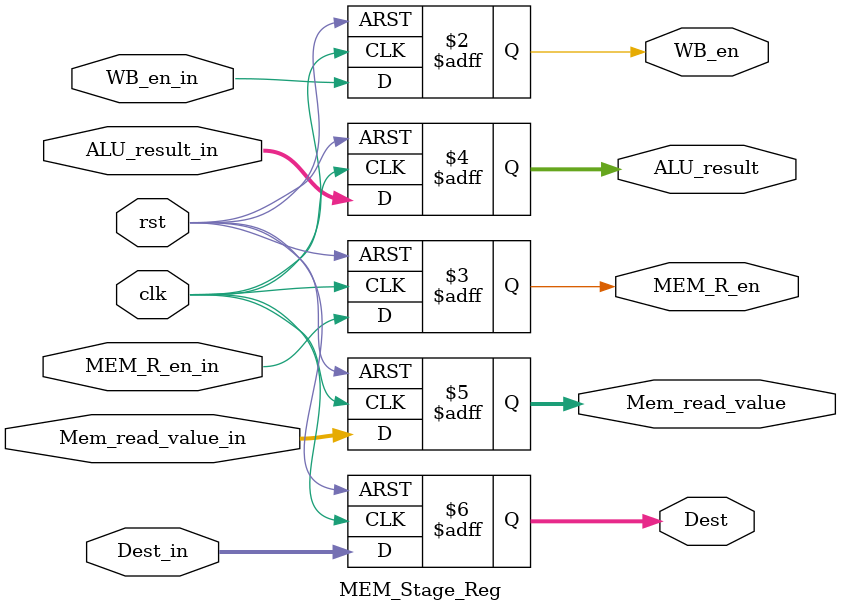
<source format=v>
module MEM_Stage_Reg(
  input clk, rst, WB_en_in, MEM_R_en_in,
  input[31:0] ALU_result_in, Mem_read_value_in,
  input[3:0] Dest_in,

  output reg WB_en, MEM_R_en,
  output reg[31:0] ALU_result, Mem_read_value,
  output reg[3:0] Dest
);

  always@(posedge clk, posedge rst) begin
    if(rst) begin
      WB_en <= 0;
      MEM_R_en <= 0;
      ALU_result <= 0;
      Mem_read_value <= 0;
      Dest <= 0;
    end
    else begin
      WB_en <= WB_en_in;
      MEM_R_en <= MEM_R_en_in;
      ALU_result <= ALU_result_in;
      Mem_read_value <= Mem_read_value_in;
      Dest <= Dest_in;
    end
  end

endmodule
</source>
